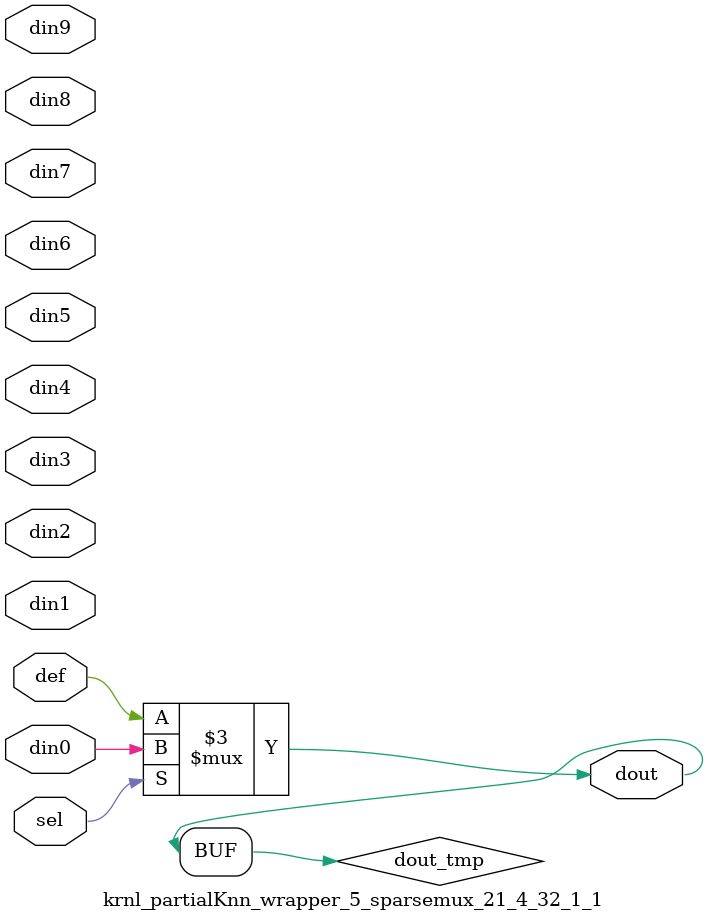
<source format=v>
`timescale 1ns / 1ps

module krnl_partialKnn_wrapper_5_sparsemux_21_4_32_1_1 (din0,din1,din2,din3,din4,din5,din6,din7,din8,din9,def,sel,dout);

parameter din0_WIDTH = 1;

parameter din1_WIDTH = 1;

parameter din2_WIDTH = 1;

parameter din3_WIDTH = 1;

parameter din4_WIDTH = 1;

parameter din5_WIDTH = 1;

parameter din6_WIDTH = 1;

parameter din7_WIDTH = 1;

parameter din8_WIDTH = 1;

parameter din9_WIDTH = 1;

parameter def_WIDTH = 1;
parameter sel_WIDTH = 1;
parameter dout_WIDTH = 1;

parameter [sel_WIDTH-1:0] CASE0 = 1;

parameter [sel_WIDTH-1:0] CASE1 = 1;

parameter [sel_WIDTH-1:0] CASE2 = 1;

parameter [sel_WIDTH-1:0] CASE3 = 1;

parameter [sel_WIDTH-1:0] CASE4 = 1;

parameter [sel_WIDTH-1:0] CASE5 = 1;

parameter [sel_WIDTH-1:0] CASE6 = 1;

parameter [sel_WIDTH-1:0] CASE7 = 1;

parameter [sel_WIDTH-1:0] CASE8 = 1;

parameter [sel_WIDTH-1:0] CASE9 = 1;

parameter ID = 1;
parameter NUM_STAGE = 1;



input [din0_WIDTH-1:0] din0;

input [din1_WIDTH-1:0] din1;

input [din2_WIDTH-1:0] din2;

input [din3_WIDTH-1:0] din3;

input [din4_WIDTH-1:0] din4;

input [din5_WIDTH-1:0] din5;

input [din6_WIDTH-1:0] din6;

input [din7_WIDTH-1:0] din7;

input [din8_WIDTH-1:0] din8;

input [din9_WIDTH-1:0] din9;

input [def_WIDTH-1:0] def;
input [sel_WIDTH-1:0] sel;

output [dout_WIDTH-1:0] dout;



reg [dout_WIDTH-1:0] dout_tmp;

always @ (*) begin
case (sel)
    
    CASE0 : dout_tmp = din0;
    
    CASE1 : dout_tmp = din1;
    
    CASE2 : dout_tmp = din2;
    
    CASE3 : dout_tmp = din3;
    
    CASE4 : dout_tmp = din4;
    
    CASE5 : dout_tmp = din5;
    
    CASE6 : dout_tmp = din6;
    
    CASE7 : dout_tmp = din7;
    
    CASE8 : dout_tmp = din8;
    
    CASE9 : dout_tmp = din9;
    
    default : dout_tmp = def;
endcase
end


assign dout = dout_tmp;



endmodule

</source>
